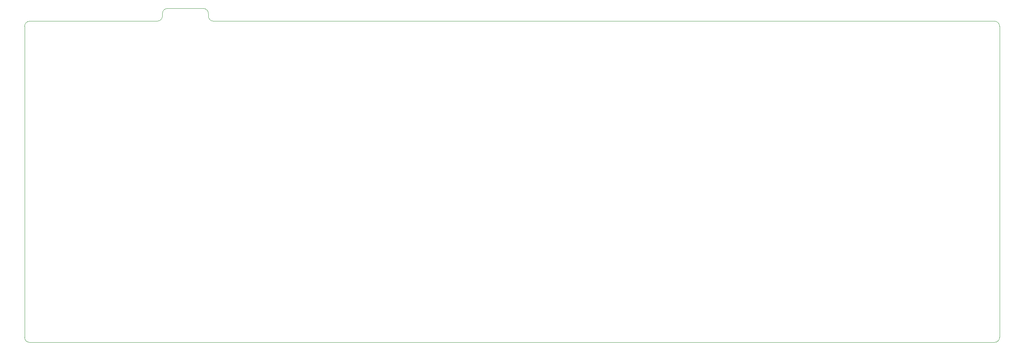
<source format=gbr>
%TF.GenerationSoftware,KiCad,Pcbnew,(6.0.0)*%
%TF.CreationDate,2023-08-19T11:13:56+07:00*%
%TF.ProjectId,pacman,7061636d-616e-42e6-9b69-6361645f7063,rev?*%
%TF.SameCoordinates,Original*%
%TF.FileFunction,Profile,NP*%
%FSLAX46Y46*%
G04 Gerber Fmt 4.6, Leading zero omitted, Abs format (unit mm)*
G04 Created by KiCad (PCBNEW (6.0.0)) date 2023-08-19 11:13:56*
%MOMM*%
%LPD*%
G01*
G04 APERTURE LIST*
%TA.AperFunction,Profile*%
%ADD10C,0.100000*%
%TD*%
G04 APERTURE END LIST*
D10*
X61317239Y-17264077D02*
X61317239Y-16668764D01*
X61317239Y-17264077D02*
G75*
G03*
X62507865Y-18454703I1190625J-1D01*
G01*
X244673643Y-93464141D02*
X19645329Y-93464141D01*
X49410979Y-18454703D02*
X19645329Y-18454703D01*
X244673643Y-93464141D02*
G75*
G03*
X245864269Y-92273515I1J1190625D01*
G01*
X50601605Y-17264077D02*
X50601605Y-16668764D01*
X61317239Y-16668764D02*
G75*
G03*
X60126613Y-15478138I-1190625J1D01*
G01*
X18454703Y-92273515D02*
X18454703Y-19645329D01*
X62507865Y-18454703D02*
X244673643Y-18454703D01*
X18454703Y-92273515D02*
G75*
G03*
X19645329Y-93464141I1190625J-1D01*
G01*
X51792231Y-15478138D02*
G75*
G03*
X50601605Y-16668764I-1J-1190625D01*
G01*
X19645329Y-18454703D02*
G75*
G03*
X18454703Y-19645329I-1J-1190625D01*
G01*
X51792231Y-15478138D02*
X60126613Y-15478138D01*
X49410979Y-18454703D02*
G75*
G03*
X50601605Y-17264077I1J1190625D01*
G01*
X245864269Y-19645329D02*
X245864269Y-92273515D01*
X245864269Y-19645329D02*
G75*
G03*
X244673643Y-18454703I-1190625J1D01*
G01*
M02*

</source>
